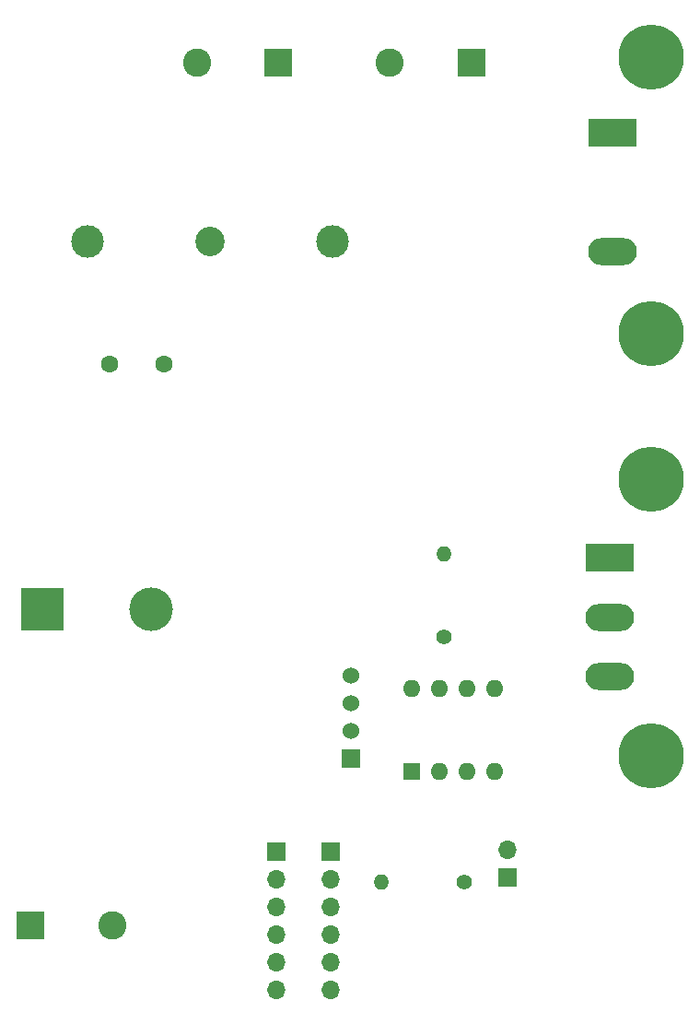
<source format=gbr>
%TF.GenerationSoftware,KiCad,Pcbnew,(6.0.2)*%
%TF.CreationDate,2022-12-19T21:18:29+03:00*%
%TF.ProjectId,buck,6275636b-2e6b-4696-9361-645f70636258,rev?*%
%TF.SameCoordinates,Original*%
%TF.FileFunction,Soldermask,Top*%
%TF.FilePolarity,Negative*%
%FSLAX46Y46*%
G04 Gerber Fmt 4.6, Leading zero omitted, Abs format (unit mm)*
G04 Created by KiCad (PCBNEW (6.0.2)) date 2022-12-19 21:18:29*
%MOMM*%
%LPD*%
G01*
G04 APERTURE LIST*
%ADD10C,6.000000*%
%ADD11C,1.400000*%
%ADD12O,1.400000X1.400000*%
%ADD13R,1.600000X1.600000*%
%ADD14O,1.600000X1.600000*%
%ADD15R,1.700000X1.700000*%
%ADD16O,1.700000X1.700000*%
%ADD17C,2.700000*%
%ADD18C,3.000000*%
%ADD19R,4.500000X2.500000*%
%ADD20O,4.500000X2.500000*%
%ADD21R,4.000000X4.000000*%
%ADD22C,4.000000*%
%ADD23R,2.600000X2.600000*%
%ADD24C,2.600000*%
%ADD25C,1.600000*%
%ADD26C,1.524000*%
G04 APERTURE END LIST*
D10*
%TO.C,REF\u002A\u002A*%
X204000000Y-72400000D03*
X204000000Y-47000000D03*
%TD*%
D11*
%TO.C,R1*%
X186808500Y-122808500D03*
D12*
X179188500Y-122808500D03*
%TD*%
D13*
%TO.C,U1*%
X182008500Y-112608500D03*
D14*
X184548500Y-112608500D03*
X187088500Y-112608500D03*
X189628500Y-112608500D03*
X189628500Y-104988500D03*
X187088500Y-104988500D03*
X184548500Y-104988500D03*
X182008500Y-104988500D03*
%TD*%
D15*
%TO.C,J2*%
X169558500Y-120058500D03*
D16*
X169558500Y-122598500D03*
X169558500Y-125138500D03*
X169558500Y-127678500D03*
X169558500Y-130218500D03*
X169558500Y-132758500D03*
%TD*%
D17*
%TO.C,F1*%
X163500000Y-64000000D03*
D18*
X152250000Y-64000000D03*
X174750000Y-64000000D03*
%TD*%
D19*
%TO.C,D1*%
X200500000Y-54000000D03*
D20*
X200500000Y-64900000D03*
%TD*%
D15*
%TO.C,J3*%
X190808500Y-122348500D03*
D16*
X190808500Y-119808500D03*
%TD*%
D15*
%TO.C,J1*%
X174558500Y-120058500D03*
D16*
X174558500Y-122598500D03*
X174558500Y-125138500D03*
X174558500Y-127678500D03*
X174558500Y-130218500D03*
X174558500Y-132758500D03*
%TD*%
D11*
%TO.C,R2*%
X185000000Y-100310000D03*
D12*
X185000000Y-92690000D03*
%TD*%
D21*
%TO.C,C1*%
X148069501Y-97750000D03*
D22*
X158069501Y-97750000D03*
%TD*%
D23*
%TO.C,J5*%
X187500000Y-47500000D03*
D24*
X180000000Y-47500000D03*
%TD*%
D23*
%TO.C,J4*%
X147000000Y-126750000D03*
D24*
X154500000Y-126750000D03*
%TD*%
D10*
%TO.C,REF\u002A\u002A*%
X204000000Y-85800000D03*
X204000000Y-111200000D03*
%TD*%
D25*
%TO.C,C2*%
X154250000Y-75250000D03*
X159250000Y-75250000D03*
%TD*%
D23*
%TO.C,J6*%
X169750000Y-47500000D03*
D24*
X162250000Y-47500000D03*
%TD*%
D15*
%TO.C,PS1*%
X176441500Y-111441500D03*
D26*
X176441500Y-108901500D03*
X176441500Y-106361500D03*
X176441500Y-103821500D03*
%TD*%
D19*
%TO.C,Q1*%
X200180000Y-93050000D03*
D20*
X200180000Y-98500000D03*
X200180000Y-103950000D03*
%TD*%
M02*

</source>
